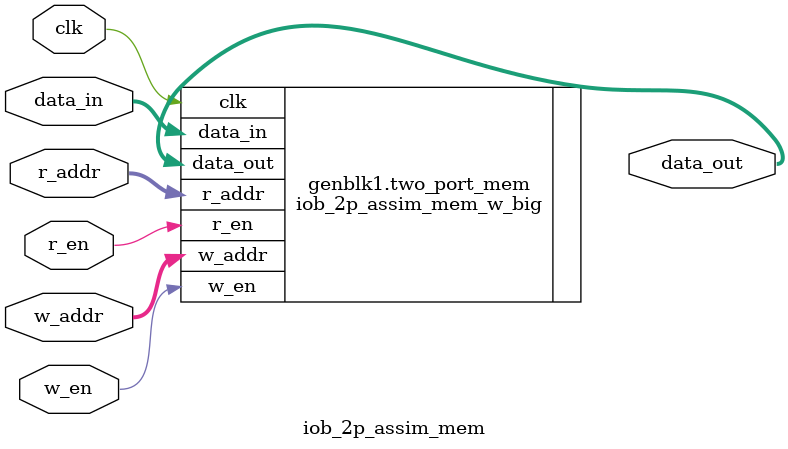
<source format=v>
`timescale 1ns / 1ps

module iob_2p_assim_mem
	#(
		parameter W_DATA_W = 16,
		parameter W_ADDR_W = 6,
		parameter R_DATA_W = 8,
		parameter R_ADDR_W = 7,
    parameter USE_RAM = 1
	)
	(
		//Inputs
		input 				clk,
    input 				w_en,    //write enable
    input [W_DATA_W-1:0] 	data_in, //Input data to write port
    input [W_ADDR_W-1:0] 	w_addr,  //address for write port
    input [R_ADDR_W-1:0] 	r_addr,  //address for read port
    input				  r_en,
    //Outputs
    output [R_DATA_W-1:0] data_out //output port
    );

    generate
    	if (W_DATA_W > R_DATA_W)
    	begin
    		iob_2p_assim_mem_w_big #(
    			.W_DATA_W(W_DATA_W),
    		 	.W_ADDR_W(W_ADDR_W),
    		 	.R_DATA_W(R_DATA_W),
    		 	.R_ADDR_W(R_ADDR_W),
                .USE_RAM(USE_RAM)
    		 ) two_port_mem (
    		 	.clk(clk),
    		 	.w_en(w_en),
    		 	.data_in(data_in),
    		 	.w_addr(w_addr),
    		 	.r_addr(r_addr),
    		 	.r_en(r_en),
    		 	.data_out(data_out)
    		 );
    	end
    	else
    	begin
    		iob_2p_assim_mem_r_big #(
    			.W_DATA_W(W_DATA_W),
    		 	.W_ADDR_W(W_ADDR_W),
    		 	.R_DATA_W(R_DATA_W),
    		 	.R_ADDR_W(R_ADDR_W)
    		 ) two_port_mem (
    		 	.clk(clk),
    		 	.w_en(w_en),
    		 	.data_in(data_in),
    		 	.w_addr(w_addr),
    		 	.r_addr(r_addr),
    		 	.r_en(r_en),
    		 	.data_out(data_out)
    		 );
    	end
    endgenerate
endmodule

</source>
